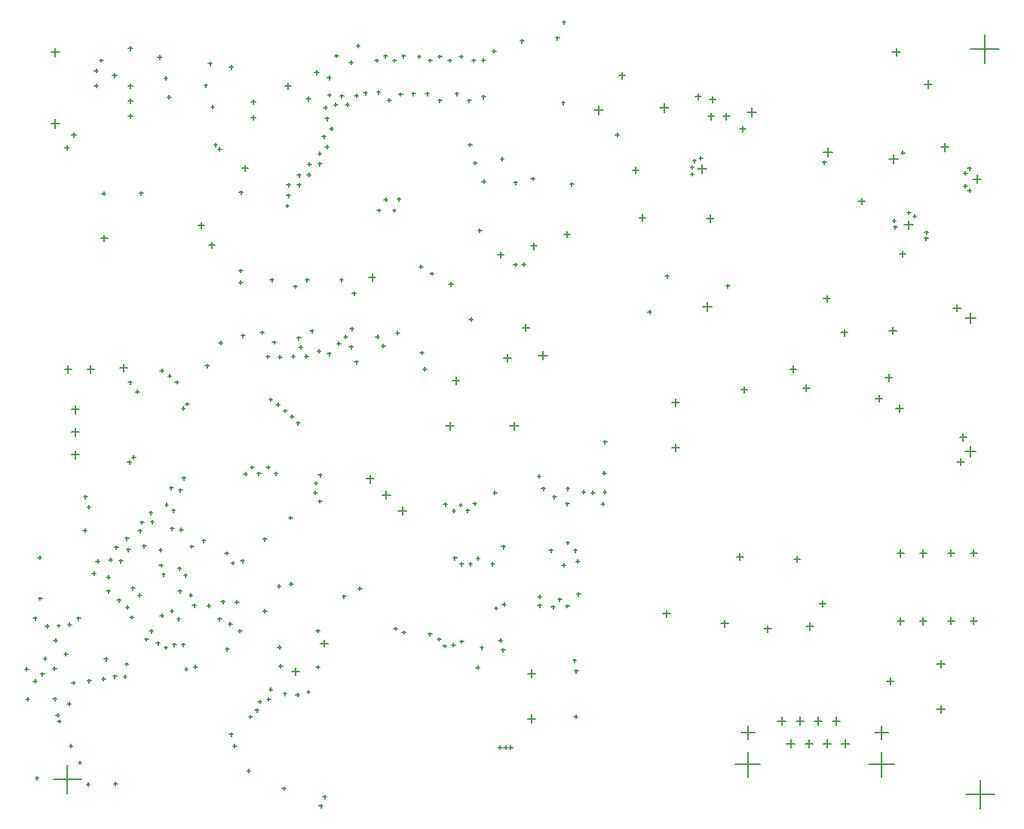
<source format=gbr>
%TF.GenerationSoftware,Altium Limited,Altium Designer,23.1.1 (15)*%
G04 Layer_Color=128*
%FSLAX45Y45*%
%MOMM*%
%TF.SameCoordinates,5129EF4F-D339-4E8A-A4D9-011D67CBAE45*%
%TF.FilePolarity,Positive*%
%TF.FileFunction,Drillmap*%
%TF.Part,Single*%
G01*
G75*
%TA.AperFunction,NonConductor*%
%ADD185C,0.12700*%
D185*
X8892190Y-10006530D02*
X8982190D01*
X8937190Y-10051530D02*
Y-9961530D01*
X9251400Y-10365740D02*
X9341400D01*
X9296400Y-10410740D02*
Y-10320740D01*
X9439360Y-11074400D02*
X9529360D01*
X9484360Y-11119400D02*
Y-11029400D01*
X9798570Y-11433610D02*
X9888570D01*
X9843570Y-11478610D02*
Y-11388610D01*
X9713919Y-12992101D02*
X9833919D01*
X9773919Y-13052100D02*
Y-12932100D01*
X9713919Y-14490700D02*
X9833919D01*
X9773919Y-14550700D02*
Y-14430701D01*
X3875035Y-14208760D02*
X3975035D01*
X3925035Y-14258760D02*
Y-14158760D01*
X4598935Y-14208760D02*
X4698935D01*
X4648935Y-14258760D02*
Y-14158760D01*
X-528300Y-18176241D02*
X-208300D01*
X-368300Y-18336240D02*
Y-18016240D01*
X9771400Y-9972040D02*
X10091400D01*
X9931400Y-10132040D02*
Y-9812040D01*
X9720600Y-18346420D02*
X10040600D01*
X9880600Y-18506419D02*
Y-18186420D01*
X6414220Y-14450060D02*
X6504220D01*
X6459220Y-14495061D02*
Y-14405060D01*
X6414220Y-13942059D02*
X6504220D01*
X6459220Y-13987061D02*
Y-13897060D01*
X9766940Y-15633701D02*
X9846940D01*
X9806940Y-15673700D02*
Y-15593700D01*
X9766940Y-16395700D02*
X9846940D01*
X9806940Y-16435699D02*
Y-16355701D01*
X9512940Y-15633701D02*
X9592940D01*
X9552940Y-15673700D02*
Y-15593700D01*
X9512940Y-16395700D02*
X9592940D01*
X9552940Y-16435699D02*
Y-16355701D01*
X8946520Y-16398241D02*
X9026520D01*
X8986520Y-16438240D02*
Y-16358240D01*
X9200520Y-16398241D02*
X9280520D01*
X9240520Y-16438240D02*
Y-16358240D01*
X9200520Y-15636240D02*
X9280520D01*
X9240520Y-15676241D02*
Y-15596240D01*
X8946520Y-15636240D02*
X9026520D01*
X8986520Y-15676241D02*
Y-15596240D01*
X9393639Y-16880840D02*
X9483639D01*
X9438639Y-16925841D02*
Y-16835840D01*
X9393639Y-17388840D02*
X9483639D01*
X9438639Y-17433839D02*
Y-17343840D01*
X7132020Y-18008601D02*
X7412020D01*
X7272020Y-18148601D02*
Y-17868600D01*
X8632022Y-18008601D02*
X8912022D01*
X8772022Y-18148601D02*
Y-17868600D01*
X7607019Y-17521600D02*
X7697019D01*
X7652019Y-17566602D02*
Y-17476602D01*
X7709021Y-17775601D02*
X7799020D01*
X7754021Y-17820601D02*
Y-17730602D01*
X7913018Y-17775601D02*
X8003018D01*
X7958018Y-17820601D02*
Y-17730602D01*
X8015020Y-17521600D02*
X8105019D01*
X8060019Y-17566602D02*
Y-17476602D01*
X7811022Y-17521600D02*
X7901022D01*
X7856022Y-17566602D02*
Y-17476602D01*
X7198422Y-17648601D02*
X7348422D01*
X7273422Y-17723601D02*
Y-17573602D01*
X8219022Y-17521600D02*
X8309022D01*
X8264022Y-17566602D02*
Y-17476602D01*
X8697022Y-17648601D02*
X8847022D01*
X8772022Y-17723601D02*
Y-17573602D01*
X8321018Y-17775601D02*
X8411018D01*
X8366018Y-17820601D02*
Y-17730602D01*
X8117021Y-17775603D02*
X8207020D01*
X8162021Y-17820602D02*
Y-17730602D01*
X4798780Y-17495520D02*
X4888780D01*
X4843780Y-17540520D02*
Y-17450520D01*
X4798780Y-16987520D02*
X4888780D01*
X4843780Y-17032520D02*
Y-16942520D01*
X2474600Y-16649699D02*
X2554600D01*
X2514600Y-16689700D02*
Y-16609700D01*
X2154917Y-16965848D02*
X2234917D01*
X2194917Y-17005849D02*
Y-16925848D01*
X3346970Y-15159790D02*
X3436970D01*
X3391970Y-15204790D02*
Y-15114790D01*
X2987760Y-14800580D02*
X3077760D01*
X3032760Y-14845580D02*
Y-14755580D01*
X3167365Y-14980185D02*
X3257365D01*
X3212365Y-15025185D02*
Y-14935185D01*
X-324400Y-14020799D02*
X-234400D01*
X-279400Y-14065800D02*
Y-13975800D01*
X-324400Y-14528799D02*
X-234400D01*
X-279400Y-14573801D02*
Y-14483800D01*
X-324400Y-14274800D02*
X-234400D01*
X-279400Y-14319800D02*
Y-14229800D01*
X-146679Y-13568680D02*
X-66679D01*
X-106679Y-13608681D02*
Y-13528680D01*
X-400679Y-13568680D02*
X-320680D01*
X-360679Y-13608681D02*
Y-13528680D01*
X-553900Y-10808884D02*
X-453900D01*
X-503900Y-10858884D02*
Y-10758884D01*
X-553900Y-10008881D02*
X-453901D01*
X-503900Y-10058881D02*
Y-9958881D01*
X3854344Y-15088445D02*
X3894344D01*
X3874344Y-15108444D02*
Y-15068443D01*
X5225038Y-15078152D02*
X5265038D01*
X5245038Y-15098154D02*
Y-15058154D01*
X2045020Y-18277840D02*
X2085020D01*
X2065020Y-18297839D02*
Y-18257840D01*
X498160Y-16601440D02*
X538160D01*
X518160Y-16621440D02*
Y-16581441D01*
X332001Y-16355060D02*
X372001D01*
X352001Y-16375060D02*
Y-16335060D01*
X2423480Y-16913503D02*
X2463480D01*
X2443480Y-16933502D02*
Y-16893501D01*
X1649429Y-18079720D02*
X1689429D01*
X1669429Y-18099719D02*
Y-18059720D01*
X1488760Y-17800320D02*
X1528760D01*
X1508760Y-17820320D02*
Y-17780321D01*
X5305038Y-16841019D02*
X5345038D01*
X5325038Y-16861018D02*
Y-16821019D01*
X5326700Y-16959579D02*
X5366700D01*
X5346700Y-16979581D02*
Y-16939580D01*
X2058272Y-14034808D02*
X2098272D01*
X2078272Y-14054808D02*
Y-14014809D01*
X2200326Y-14174814D02*
X2240326D01*
X2220326Y-14194814D02*
Y-14154814D01*
X2134494Y-14099541D02*
X2174494D01*
X2154494Y-14119540D02*
Y-14079539D01*
X4106810Y-15155067D02*
X4146810D01*
X4126810Y-15175069D02*
Y-15135068D01*
X4027636Y-15093983D02*
X4067636D01*
X4047636Y-15113983D02*
Y-15073982D01*
X4186240Y-15077440D02*
X4226240D01*
X4206240Y-15097440D02*
Y-15057440D01*
X3952341Y-15159790D02*
X3992341D01*
X3972341Y-15179790D02*
Y-15139790D01*
X725361Y-15091269D02*
X765361D01*
X745361Y-15111269D02*
Y-15071269D01*
X449705Y-15287585D02*
X489705D01*
X469705Y-15307587D02*
Y-15267586D01*
X548557Y-15180812D02*
X588557D01*
X568557Y-15200812D02*
Y-15160812D01*
X802468Y-15155688D02*
X842468D01*
X822468Y-15175688D02*
Y-15135687D01*
X425793Y-15384685D02*
X465793D01*
X445793Y-15404684D02*
Y-15364685D01*
X1894798Y-13909290D02*
X1934798D01*
X1914798Y-13929289D02*
Y-13889290D01*
X1977329Y-13965758D02*
X2017329D01*
X1997329Y-13985757D02*
Y-13945757D01*
X3952880Y-13695680D02*
X4032880D01*
X3992880Y-13735680D02*
Y-13655679D01*
X4409712Y-14954498D02*
X4449712D01*
X4429712Y-14974500D02*
Y-14934499D01*
X5407668Y-14946841D02*
X5447668D01*
X5427668Y-14966841D02*
Y-14926842D01*
X2895920Y-16032480D02*
X2935920D01*
X2915920Y-16052480D02*
Y-16012480D01*
X5065039Y-16238220D02*
X5105039D01*
X5085039Y-16258220D02*
Y-16218221D01*
X4912680Y-16123988D02*
X4952680D01*
X4932680Y-16143990D02*
Y-16103989D01*
X4425000Y-16253461D02*
X4465000D01*
X4445000Y-16273460D02*
Y-16233459D01*
X4912307Y-16223988D02*
X4952307D01*
X4932307Y-16243990D02*
Y-16203989D01*
X4516355Y-16208060D02*
X4556355D01*
X4536355Y-16228059D02*
Y-16188060D01*
X2124600Y-15978799D02*
X2164599D01*
X2144599Y-15998799D02*
Y-15958800D01*
X3297240Y-16482060D02*
X3337240D01*
X3317240Y-16502060D02*
Y-16462061D01*
X3388680Y-16525240D02*
X3428680D01*
X3408680Y-16545239D02*
Y-16505240D01*
X1356680Y-16179800D02*
X1396680D01*
X1376680Y-16199800D02*
Y-16159801D01*
X1515965Y-16184145D02*
X1555965D01*
X1535965Y-16204144D02*
Y-16164145D01*
X4265040Y-16695419D02*
X4305040D01*
X4285040Y-16715421D02*
Y-16675420D01*
X4219260Y-16918941D02*
X4259260D01*
X4239260Y-16938940D02*
Y-16898940D01*
X4505040Y-16720821D02*
X4545039D01*
X4525039Y-16740820D02*
Y-16700819D01*
X4474228Y-16616702D02*
X4514228D01*
X4494228Y-16636702D02*
Y-16596703D01*
X5185608Y-15769469D02*
X5225608D01*
X5205608Y-15789468D02*
Y-15749469D01*
X5340994Y-15726210D02*
X5380994D01*
X5360994Y-15746210D02*
Y-15706210D01*
X778015Y-14901044D02*
X818015D01*
X798015Y-14921043D02*
Y-14881044D01*
X787720Y-15359380D02*
X827720D01*
X807720Y-15379379D02*
Y-15339380D01*
X2450125Y-14758646D02*
X2490125D01*
X2470125Y-14778645D02*
Y-14738646D01*
X889320Y-15369540D02*
X929320D01*
X909320Y-15389540D02*
Y-15349541D01*
X4385793Y-15756572D02*
X4425793D01*
X4405793Y-15776572D02*
Y-15736572D01*
X4137960Y-15758160D02*
X4177960D01*
X4157960Y-15778160D02*
Y-15738161D01*
X4037960Y-15758160D02*
X4077960D01*
X4057960Y-15778160D02*
Y-15738161D01*
X3963753Y-15690746D02*
X4003753D01*
X3983753Y-15710745D02*
Y-15670744D01*
X4222870Y-15692120D02*
X4262870D01*
X4242870Y-15712120D02*
Y-15672121D01*
X2446254Y-15051978D02*
X2486254D01*
X2466254Y-15071977D02*
Y-15031978D01*
X2395403Y-14955640D02*
X2435403D01*
X2415403Y-14975639D02*
Y-14935640D01*
X1953580Y-14739619D02*
X1993580D01*
X1973580Y-14759621D02*
Y-14719620D01*
X1864680Y-14669698D02*
X1904680D01*
X1884680Y-14689697D02*
Y-14649698D01*
X1759580Y-14740517D02*
X1799580D01*
X1779580Y-14760516D02*
Y-14720515D01*
X2402638Y-14847234D02*
X2442638D01*
X2422638Y-14867233D02*
Y-14827235D01*
X1829099Y-15478799D02*
X1869099D01*
X1849099Y-15498801D02*
Y-15458800D01*
X1869760Y-17274541D02*
X1909760D01*
X1889760Y-17294540D02*
Y-17254539D01*
X5225100Y-16228059D02*
X5265100D01*
X5245100Y-16248061D02*
Y-16208060D01*
X4907600Y-14770100D02*
X4947600D01*
X4927600Y-14790100D02*
Y-14750101D01*
X4956210Y-14910263D02*
X4996209D01*
X4976210Y-14930263D02*
Y-14890263D01*
X5078553Y-15004402D02*
X5118553D01*
X5098553Y-15024400D02*
Y-14984402D01*
X5230643Y-14910263D02*
X5270643D01*
X5250643Y-14930263D02*
Y-14890263D01*
X918095Y-14793140D02*
X958095D01*
X938095Y-14813139D02*
Y-14773140D01*
X880069Y-14927728D02*
X920069D01*
X900069Y-14947729D02*
Y-14907729D01*
X5512320Y-14955573D02*
X5552320D01*
X5532320Y-14975574D02*
Y-14935573D01*
X5645681Y-14946841D02*
X5685681D01*
X5665681Y-14966841D02*
Y-14926842D01*
X565618Y-15281458D02*
X605618D01*
X585618Y-15301457D02*
Y-15261456D01*
X5352100Y-16095979D02*
X5392100D01*
X5372100Y-16115981D02*
Y-16075980D01*
X2006508Y-16901561D02*
X2046507D01*
X2026508Y-16921561D02*
Y-16881561D01*
X1666560Y-17472659D02*
X1706560D01*
X1686560Y-17492661D02*
Y-17452660D01*
X1740220Y-17399001D02*
X1780220D01*
X1760220Y-17419000D02*
Y-17378999D01*
X1773906Y-17303036D02*
X1813906D01*
X1793906Y-17323038D02*
Y-17283037D01*
X1892755Y-17165320D02*
X1932755D01*
X1912755Y-17185320D02*
Y-17145320D01*
X3845880Y-16677640D02*
X3885880D01*
X3865880Y-16697639D02*
Y-16657640D01*
X3945041Y-16664940D02*
X3985041D01*
X3965041Y-16684940D02*
Y-16644940D01*
X4038075Y-16626627D02*
X4078075D01*
X4058075Y-16646626D02*
Y-16606625D01*
X3785041Y-16601559D02*
X3825041D01*
X3805041Y-16621561D02*
Y-16581560D01*
X945200Y-16936720D02*
X985200D01*
X965200Y-16956720D02*
Y-16916721D01*
X912511Y-16662428D02*
X952511D01*
X932511Y-16682428D02*
Y-16642429D01*
X812513Y-16661794D02*
X852513D01*
X832513Y-16681793D02*
Y-16641792D01*
X717577Y-16693422D02*
X757577D01*
X737577Y-16713422D02*
Y-16673422D01*
X152720Y-18224500D02*
X192720D01*
X172720Y-18244501D02*
Y-18204500D01*
X-248951Y-17989015D02*
X-208951D01*
X-228951Y-18009015D02*
Y-17969016D01*
X-47952Y-15726137D02*
X-7952D01*
X-27952Y-15746136D02*
Y-15706137D01*
X-89214Y-15862225D02*
X-49214D01*
X-69214Y-15882225D02*
Y-15842226D01*
X96233Y-15710507D02*
X136233D01*
X116233Y-15730507D02*
Y-15690508D01*
X8118480Y-12776200D02*
X8198480D01*
X8158480Y-12816200D02*
Y-12736200D01*
X7026416Y-12631750D02*
X7066416D01*
X7046416Y-12651750D02*
Y-12611750D01*
X8814440Y-13662660D02*
X8894440D01*
X8854440Y-13702660D02*
Y-13622659D01*
X8860160Y-13134340D02*
X8940160D01*
X8900160Y-13174339D02*
Y-13094341D01*
X5205020Y-12054840D02*
X5275020D01*
X5240020Y-12089840D02*
Y-12019840D01*
X4835232Y-12185432D02*
X4905232D01*
X4870232Y-12220432D02*
Y-12150432D01*
X4918240Y-13413741D02*
X5018240D01*
X4968240Y-13463741D02*
Y-13363741D01*
X6149259Y-12924541D02*
X6189259D01*
X6169259Y-12944540D02*
Y-12904541D01*
X6345240Y-12522200D02*
X6385240D01*
X6365240Y-12542200D02*
Y-12502200D01*
X5187000Y-9669780D02*
X5227000D01*
X5207000Y-9689780D02*
Y-9649780D01*
X5113340Y-9847580D02*
X5153340D01*
X5133340Y-9867580D02*
Y-9827580D01*
X4717051Y-9880575D02*
X4757050D01*
X4737050Y-9900575D02*
Y-9860575D01*
X2554658Y-10487722D02*
X2594657D01*
X2574658Y-10507722D02*
Y-10467722D01*
X2693013Y-10499257D02*
X2733013D01*
X2713013Y-10519257D02*
Y-10479257D01*
X2855280Y-10492740D02*
X2895280D01*
X2875280Y-10512740D02*
Y-10472740D01*
X2756220Y-10596880D02*
X2796220D01*
X2776220Y-10616880D02*
Y-10576880D01*
X6055920Y-11864340D02*
X6125920D01*
X6090920Y-11899340D02*
Y-11829340D01*
X5273360Y-11488420D02*
X5313360D01*
X5293360Y-11508420D02*
Y-11468420D01*
X4402140Y-9994900D02*
X4442140D01*
X4422140Y-10014900D02*
Y-9974900D01*
X5548160Y-10655300D02*
X5648160D01*
X5598160Y-10705300D02*
Y-10605300D01*
X2634021Y-10048332D02*
X2674021D01*
X2654021Y-10068332D02*
Y-10028332D01*
X2545329Y-10289540D02*
X2595329D01*
X2570329Y-10314540D02*
Y-10264540D01*
X2405780Y-10236200D02*
X2455780D01*
X2430780Y-10261200D02*
Y-10211200D01*
X6284760Y-10631170D02*
X6384760D01*
X6334760Y-10681170D02*
Y-10581170D01*
X2796860Y-10121900D02*
X2836860D01*
X2816860Y-10141900D02*
Y-10101900D01*
X3909460Y-12616180D02*
X3959460D01*
X3934460Y-12641180D02*
Y-12591180D01*
X4461870Y-12283440D02*
X4531870D01*
X4496870Y-12318440D02*
Y-12248440D01*
X3702046Y-12493876D02*
X3742046D01*
X3722046Y-12513876D02*
Y-12473876D01*
X3581720Y-12415520D02*
X3621720D01*
X3601720Y-12435520D02*
Y-12395520D01*
X11772Y-12098020D02*
X81772D01*
X46772Y-12133020D02*
Y-12063020D01*
X20640Y-11595100D02*
X60640D01*
X40640Y-11615100D02*
Y-11575100D01*
X439740Y-11592560D02*
X479740D01*
X459740Y-11612560D02*
Y-11572560D01*
X5824780Y-10271760D02*
X5894780D01*
X5859780Y-10306760D02*
Y-10236760D01*
X5977180Y-11330940D02*
X6047180D01*
X6012180Y-11365940D02*
Y-11295940D01*
X754700Y-10510520D02*
X794700D01*
X774700Y-10530520D02*
Y-10490520D01*
X1214440Y-10134600D02*
X1254440D01*
X1234440Y-10154600D02*
Y-10114600D01*
X717664Y-10297758D02*
X757664D01*
X737664Y-10317758D02*
Y-10277758D01*
X2075740Y-10383520D02*
X2145740D01*
X2110740Y-10418520D02*
Y-10348520D01*
X1591670Y-11309057D02*
X1661670D01*
X1626670Y-11344057D02*
Y-11274057D01*
X2509840Y-10629900D02*
X2549840D01*
X2529840Y-10649900D02*
Y-10609900D01*
X1221301Y-12175601D02*
X1291301D01*
X1256301Y-12210601D02*
Y-12140601D01*
X3282000Y-11783060D02*
X3322000D01*
X3302000Y-11803060D02*
Y-11763060D01*
X3111820Y-11783060D02*
X3151820D01*
X3131820Y-11803060D02*
Y-11763060D01*
X3012980Y-12537707D02*
X3092980D01*
X3052980Y-12577707D02*
Y-12497707D01*
X3188020Y-11663680D02*
X3228020D01*
X3208020Y-11683680D02*
Y-11643680D01*
X3332320Y-11659335D02*
X3372320D01*
X3352320Y-11679335D02*
Y-11639335D01*
X1559880Y-11582968D02*
X1599880D01*
X1579880Y-11602968D02*
Y-11562968D01*
X1275400Y-11049000D02*
X1315400D01*
X1295400Y-11069000D02*
Y-11029000D01*
X1321120Y-11094720D02*
X1361120D01*
X1341120Y-11114720D02*
Y-11074720D01*
X1101450Y-11953240D02*
X1171450D01*
X1136450Y-11988240D02*
Y-11918240D01*
X4241820Y-12009520D02*
X4281820D01*
X4261820Y-12029520D02*
Y-11989520D01*
X4286458Y-11460480D02*
X4326458D01*
X4306458Y-11480480D02*
Y-11440480D01*
X4836480Y-11427460D02*
X4876480D01*
X4856480Y-11447460D02*
Y-11407460D01*
X4643440Y-11473180D02*
X4683440D01*
X4663440Y-11493180D02*
Y-11453180D01*
X4130360Y-11046880D02*
X4170360D01*
X4150360Y-11066880D02*
Y-11026880D01*
X7181140Y-10866120D02*
X7251140D01*
X7216140Y-10901120D02*
Y-10831120D01*
X6767360Y-12867641D02*
X6867360D01*
X6817360Y-12917641D02*
Y-12817641D01*
X6807840Y-11877040D02*
X6887840D01*
X6847840Y-11917040D02*
Y-11837040D01*
X2875675Y-9933940D02*
X2915675D01*
X2895675Y-9953940D02*
Y-9913940D01*
X5786440Y-10934700D02*
X5826440D01*
X5806440Y-10954700D02*
Y-10914700D01*
X5179380Y-10576560D02*
X5219380D01*
X5199380Y-10596560D02*
Y-10556560D01*
X4285300Y-10507980D02*
X4325300D01*
X4305300Y-10527980D02*
Y-10487980D01*
X4643440Y-12392660D02*
X4683440D01*
X4663440Y-12412660D02*
Y-12372660D01*
X4737420Y-12390120D02*
X4777420D01*
X4757420Y-12410120D02*
Y-12370120D01*
X6627180Y-11301530D02*
X6667180D01*
X6647180Y-11321530D02*
Y-11281530D01*
X3320100Y-13159740D02*
X3360100D01*
X3340100Y-13179739D02*
Y-13139740D01*
X3092343Y-13202921D02*
X3132343D01*
X3112343Y-13222920D02*
Y-13182919D01*
X6652580Y-11226800D02*
X6692580D01*
X6672580Y-11246800D02*
Y-11206800D01*
X6996455Y-10728960D02*
X7066455D01*
X7031455Y-10763960D02*
Y-10693960D01*
X6825540Y-10728960D02*
X6895540D01*
X6860540Y-10763960D02*
Y-10693960D01*
X6840185Y-10539790D02*
X6910185D01*
X6875185Y-10574790D02*
Y-10504790D01*
X6680760Y-10507980D02*
X6750760D01*
X6715760Y-10542980D02*
Y-10472980D01*
X7267740Y-10680700D02*
X7367740D01*
X7317740Y-10730700D02*
Y-10630700D01*
X6723700Y-11196320D02*
X6763700D01*
X6743700Y-11216320D02*
Y-11176320D01*
X6627180Y-11376660D02*
X6667180D01*
X6647180Y-11396660D02*
Y-11356660D01*
X6706400Y-11320780D02*
X6806400D01*
X6756400Y-11370780D02*
Y-11270780D01*
X1557366Y-12460236D02*
X1597366D01*
X1577366Y-12480236D02*
Y-12440236D01*
X8110540Y-11244580D02*
X8150540D01*
X8130540Y-11264580D02*
Y-11224580D01*
X8121180Y-11130280D02*
X8221180D01*
X8171180Y-11180280D02*
Y-11080280D01*
X8991585Y-11136095D02*
X9031584D01*
X9011584Y-11156095D02*
Y-11116095D01*
X9738680Y-11559540D02*
X9778680D01*
X9758680Y-11579540D02*
Y-11539540D01*
X9695500Y-11508740D02*
X9735500D01*
X9715500Y-11528740D02*
Y-11488740D01*
X9738680Y-11313160D02*
X9778680D01*
X9758680Y-11333160D02*
Y-11293160D01*
X9692960Y-11366500D02*
X9732960D01*
X9712960Y-11386500D02*
Y-11346500D01*
X8860320Y-11209020D02*
X8960320D01*
X8910320Y-11259020D02*
Y-11159020D01*
X9578980Y-12880341D02*
X9658980D01*
X9618980Y-12920340D02*
Y-12840340D01*
X8895400Y-11899900D02*
X8935400D01*
X8915400Y-11919900D02*
Y-11879900D01*
X8905560Y-11971020D02*
X8945560D01*
X8925560Y-11991020D02*
Y-11951020D01*
X9253540Y-12100560D02*
X9293540D01*
X9273540Y-12120560D02*
Y-12080560D01*
X9258620Y-12031980D02*
X9298620D01*
X9278620Y-12051980D02*
Y-12011980D01*
X9124000Y-11849100D02*
X9164000D01*
X9144000Y-11869100D02*
Y-11829100D01*
X9057960Y-11808460D02*
X9097960D01*
X9077960Y-11828460D02*
Y-11788460D01*
X9027960Y-11948160D02*
X9127960D01*
X9077960Y-11998160D02*
Y-11898160D01*
X8513625Y-11681460D02*
X8583625D01*
X8548625Y-11716460D02*
Y-11646460D01*
X8971840Y-12275820D02*
X9041840D01*
X9006840Y-12310820D02*
Y-12240820D01*
X4493580Y-11203940D02*
X4533580D01*
X4513580Y-11223940D02*
Y-11183940D01*
X4190742Y-11250080D02*
X4230742D01*
X4210742Y-11270080D02*
Y-11230080D01*
X8707680Y-13896974D02*
X8777680D01*
X8742680Y-13931973D02*
Y-13861975D01*
X7197849Y-13800232D02*
X7267849D01*
X7232849Y-13835233D02*
Y-13765233D01*
X7747124Y-13566141D02*
X7817124D01*
X7782124Y-13601140D02*
Y-13531140D01*
X8314060Y-13157201D02*
X8394060D01*
X8354060Y-13197200D02*
Y-13117200D01*
X5623880Y-15082520D02*
X5663880D01*
X5643880Y-15102521D02*
Y-15062520D01*
X5646740Y-14386560D02*
X5686740D01*
X5666740Y-14406560D02*
Y-14366560D01*
X4737740Y-13101320D02*
X4817740D01*
X4777740Y-13141319D02*
Y-13061320D01*
X4285300Y-10096500D02*
X4325300D01*
X4305300Y-10116500D02*
Y-10076500D01*
X2326960Y-11264900D02*
X2366960D01*
X2346960Y-11284900D02*
Y-11244900D01*
X2443800Y-11145520D02*
X2483800D01*
X2463800Y-11165520D02*
Y-11125520D01*
X2525877Y-11068809D02*
X2565877D01*
X2545877Y-11088809D02*
Y-11048810D01*
X2492060Y-10955020D02*
X2532060D01*
X2512060Y-10975020D02*
Y-10935020D01*
X3226120Y-10546080D02*
X3266120D01*
X3246120Y-10566080D02*
Y-10526080D01*
X2956880Y-10464800D02*
X2996880D01*
X2976880Y-10484800D02*
Y-10444800D01*
X4173540Y-10099040D02*
X4213540D01*
X4193540Y-10119040D02*
Y-10079040D01*
X4122740Y-10551160D02*
X4162740D01*
X4142740Y-10571160D02*
Y-10531160D01*
X4034018Y-10055860D02*
X4074018D01*
X4054018Y-10075860D02*
Y-10035860D01*
X3984015Y-10474960D02*
X4024015D01*
X4004015Y-10494960D02*
Y-10454960D01*
X3906840Y-10099040D02*
X3946840D01*
X3926840Y-10119040D02*
Y-10079040D01*
X3792540Y-10055860D02*
X3832540D01*
X3812540Y-10075860D02*
Y-10035860D01*
X3792540Y-10551160D02*
X3832540D01*
X3812540Y-10571160D02*
Y-10531160D01*
X3684016Y-10099040D02*
X3724016D01*
X3704016Y-10119040D02*
Y-10079040D01*
X3652840Y-10474960D02*
X3692840D01*
X3672840Y-10494960D02*
Y-10454960D01*
X3561400Y-10055860D02*
X3601400D01*
X3581400Y-10075860D02*
Y-10035860D01*
X3497900Y-10474960D02*
X3537900D01*
X3517900Y-10494960D02*
Y-10454960D01*
X3386140Y-10050780D02*
X3426140D01*
X3406140Y-10070780D02*
Y-10030780D01*
X3353103Y-10478523D02*
X3393103D01*
X3373103Y-10498523D02*
Y-10458523D01*
X3284540Y-10099040D02*
X3324540D01*
X3304540Y-10119040D02*
Y-10079040D01*
X3182940Y-10050780D02*
X3222940D01*
X3202940Y-10070780D02*
Y-10030780D01*
X3104200Y-10457180D02*
X3144200D01*
X3124200Y-10477180D02*
Y-10437180D01*
X3083880Y-10099040D02*
X3123880D01*
X3103880Y-10119040D02*
Y-10079040D01*
X2079858Y-11733730D02*
X2119858D01*
X2099858Y-11753730D02*
Y-11713730D01*
X2095820Y-11617960D02*
X2135820D01*
X2115820Y-11637960D02*
Y-11597960D01*
X2095820Y-11498580D02*
X2135820D01*
X2115820Y-11518580D02*
Y-11478580D01*
X2212660Y-11498580D02*
X2252660D01*
X2232660Y-11518580D02*
Y-11478580D01*
X2212660Y-11386820D02*
X2252660D01*
X2232660Y-11406820D02*
Y-11366820D01*
X2324420Y-11381740D02*
X2364420D01*
X2344420Y-11401740D02*
Y-11361740D01*
X2446340Y-11259820D02*
X2486340D01*
X2466340Y-11279820D02*
Y-11239820D01*
X2575468Y-10866120D02*
X2615468D01*
X2595468Y-10886120D02*
Y-10846120D01*
X2525877Y-10752922D02*
X2565877D01*
X2545877Y-10772922D02*
Y-10732922D01*
X2626138Y-10596880D02*
X2666138D01*
X2646138Y-10616880D02*
Y-10576880D01*
X2688603Y-12565380D02*
X2728603D01*
X2708603Y-12585380D02*
Y-12545380D01*
X2170900Y-12639040D02*
X2210900D01*
X2190900Y-12659040D02*
Y-12619040D01*
X1999300Y-13431520D02*
X2039300D01*
X2019300Y-13451520D02*
Y-13411520D01*
X1933260Y-13266110D02*
X1973260D01*
X1953260Y-13286110D02*
Y-13246111D01*
X2293940Y-13423900D02*
X2333940D01*
X2313940Y-13443900D02*
Y-13403900D01*
X1557366Y-12593023D02*
X1597366D01*
X1577366Y-12613023D02*
Y-12573023D01*
X2832420Y-12717780D02*
X2872420D01*
X2852420Y-12737780D02*
Y-12697780D01*
X2304100Y-12565380D02*
X2344100D01*
X2324100Y-12585380D02*
Y-12545380D01*
X1907860Y-12565380D02*
X1947860D01*
X1927860Y-12585380D02*
Y-12545380D01*
X-520380Y-16616679D02*
X-480380D01*
X-500380Y-16636681D02*
Y-16596680D01*
X-637519Y-16818739D02*
X-597519D01*
X-617519Y-16838739D02*
Y-16798740D01*
X-845500Y-16936720D02*
X-805500D01*
X-825500Y-16956720D02*
Y-16916721D01*
X-670240Y-16992599D02*
X-630240D01*
X-650240Y-17012601D02*
Y-16972600D01*
X-263302Y-16367760D02*
X-223302D01*
X-243302Y-16387759D02*
Y-16347760D01*
X2309260Y-10530840D02*
X2359260D01*
X2334260Y-10555840D02*
Y-10505840D01*
X1444533Y-10176653D02*
X1494533D01*
X1469533Y-10201653D02*
Y-10151653D01*
X1164710Y-10380549D02*
X1204710D01*
X1184710Y-10400549D02*
Y-10360549D01*
X1242380Y-10619740D02*
X1282380D01*
X1262380Y-10639740D02*
Y-10599740D01*
X1692040Y-10739120D02*
X1742040D01*
X1717040Y-10764120D02*
Y-10714120D01*
X1692040Y-10561320D02*
X1742040D01*
X1717040Y-10586320D02*
Y-10536320D01*
X-398380Y-11079480D02*
X-348380D01*
X-373380Y-11104480D02*
Y-11054480D01*
X-324720Y-10936170D02*
X-274720D01*
X-299720Y-10961170D02*
Y-10911170D01*
X-65720Y-10213340D02*
X-25720D01*
X-45720Y-10233340D02*
Y-10193340D01*
X-9840Y-10097666D02*
X30160D01*
X10160Y-10117666D02*
Y-10077666D01*
X-65720Y-10383520D02*
X-25720D01*
X-45720Y-10403520D02*
Y-10363520D01*
X317900Y-9961924D02*
X367900D01*
X342900Y-9986924D02*
Y-9936924D01*
X132480Y-10264564D02*
X182480D01*
X157480Y-10289564D02*
Y-10239564D01*
X317900Y-10386060D02*
X367900D01*
X342900Y-10411060D02*
Y-10361060D01*
X643020Y-10060940D02*
X693020D01*
X668020Y-10085940D02*
Y-10035940D01*
X317900Y-10556240D02*
X367900D01*
X342900Y-10581240D02*
Y-10531240D01*
X317900Y-10726420D02*
X367900D01*
X342900Y-10751420D02*
Y-10701420D01*
X9622160Y-14607539D02*
X9702160D01*
X9662160Y-14647540D02*
Y-14567540D01*
X9650100Y-14330679D02*
X9730100D01*
X9690100Y-14370680D02*
Y-14290680D01*
X-191075Y-15379370D02*
X-151075D01*
X-171075Y-15399370D02*
Y-15359370D01*
X1685538Y-14669698D02*
X1725538D01*
X1705538Y-14689697D02*
Y-14649698D01*
X46647Y-16823027D02*
X86647D01*
X66647Y-16843027D02*
Y-16803027D01*
X190820Y-16164560D02*
X230820D01*
X210820Y-16184560D02*
Y-16144560D01*
X284800Y-16243300D02*
X324800D01*
X304800Y-16263300D02*
Y-16223300D01*
X348300Y-16027400D02*
X388300D01*
X368300Y-16047400D02*
Y-16007401D01*
X423197Y-16107443D02*
X463196D01*
X443196Y-16127443D02*
Y-16087444D01*
X1405547Y-16712593D02*
X1445547D01*
X1425547Y-16732593D02*
Y-16692593D01*
X1986600Y-16004539D02*
X2026600D01*
X2006600Y-16024541D02*
Y-15984540D01*
X1992552Y-16691211D02*
X2032551D01*
X2012551Y-16711211D02*
Y-16671211D01*
X-698180Y-15684500D02*
X-658180D01*
X-678180Y-15704500D02*
Y-15664500D01*
X-406080Y-16769080D02*
X-366080D01*
X-386080Y-16789079D02*
Y-16749080D01*
X-533080Y-16929100D02*
X-493080D01*
X-513080Y-16949100D02*
Y-16909100D01*
X-530540Y-17272000D02*
X-490540D01*
X-510540Y-17292000D02*
Y-17252000D01*
X-370520Y-17327879D02*
X-330520D01*
X-350520Y-17347881D02*
Y-17307880D01*
X259400Y-17023080D02*
X299400D01*
X279400Y-17043080D02*
Y-17003081D01*
X277180Y-16880840D02*
X317180D01*
X297180Y-16900841D02*
Y-16860840D01*
X1199200Y-16225520D02*
X1239200D01*
X1219200Y-16245520D02*
Y-16205521D01*
X938271Y-15883311D02*
X978271D01*
X958271Y-15903311D02*
Y-15863310D01*
X-479740Y-17523460D02*
X-439740D01*
X-459740Y-17543460D02*
Y-17503461D01*
X-695640Y-16144240D02*
X-655640D01*
X-675640Y-16164240D02*
Y-16124240D01*
X-748980Y-16367760D02*
X-708980D01*
X-728980Y-16387759D02*
Y-16347760D01*
X869000Y-15806419D02*
X909000D01*
X889000Y-15826421D02*
Y-15786420D01*
X658180Y-15600681D02*
X698180D01*
X678180Y-15620680D02*
Y-15580679D01*
X475499Y-15555161D02*
X515499D01*
X495499Y-15575162D02*
Y-15535161D01*
X663260Y-15770860D02*
X703260D01*
X683260Y-15790860D02*
Y-15750861D01*
X691200Y-15875000D02*
X731200D01*
X711200Y-15895000D02*
Y-15855000D01*
X1006160Y-15560040D02*
X1046160D01*
X1026160Y-15580040D02*
Y-15540041D01*
X912180Y-14008099D02*
X952180D01*
X932180Y-14028101D02*
Y-13988100D01*
X957900Y-13959840D02*
X997900D01*
X977900Y-13979840D02*
Y-13939841D01*
X841060Y-13713460D02*
X881060D01*
X861060Y-13733459D02*
Y-13693460D01*
X306927Y-14613353D02*
X346927D01*
X326927Y-14633353D02*
Y-14593353D01*
X355920Y-14556740D02*
X395920D01*
X375920Y-14576740D02*
Y-14536740D01*
X317820Y-13716000D02*
X357820D01*
X337820Y-13736000D02*
Y-13696001D01*
X396560Y-13822681D02*
X436560D01*
X416560Y-13842680D02*
Y-13802679D01*
X224160Y-13553439D02*
X304160D01*
X264160Y-13593440D02*
Y-13513440D01*
X3683320Y-16543021D02*
X3723320D01*
X3703320Y-16563020D02*
Y-16523019D01*
X5639120Y-14737080D02*
X5679120D01*
X5659120Y-14757080D02*
Y-14717081D01*
X5138740Y-16154401D02*
X5178740D01*
X5158740Y-16174400D02*
Y-16134399D01*
X5321620Y-17470120D02*
X5361620D01*
X5341620Y-17490120D02*
Y-17450121D01*
X5229000Y-15518040D02*
X5269000D01*
X5249000Y-15538040D02*
Y-15498039D01*
X5314000Y-15605760D02*
X5354000D01*
X5334000Y-15625760D02*
Y-15585760D01*
X5042220Y-15605760D02*
X5082220D01*
X5062220Y-15625760D02*
Y-15585760D01*
X-185100Y-15003780D02*
X-145100D01*
X-165100Y-15023779D02*
Y-14983780D01*
X-145620Y-15115540D02*
X-105620D01*
X-125620Y-15135539D02*
Y-15095540D01*
X1399860Y-15636240D02*
X1439860D01*
X1419860Y-15656239D02*
Y-15616240D01*
X1577660Y-15722600D02*
X1617660D01*
X1597660Y-15742599D02*
Y-15702600D01*
X1470980Y-15745461D02*
X1510980D01*
X1490980Y-15765460D02*
Y-15725459D01*
X1143320Y-15494000D02*
X1183320D01*
X1163320Y-15514000D02*
Y-15474001D01*
X-494980Y-17454880D02*
X-454980D01*
X-474980Y-17474879D02*
Y-17434880D01*
X-154620Y-18232120D02*
X-114620D01*
X-134620Y-18252119D02*
Y-18212120D01*
X4470720Y-17818100D02*
X4510720D01*
X4490720Y-17838100D02*
Y-17798100D01*
X4531680Y-17818100D02*
X4571680D01*
X4551680Y-17838100D02*
Y-17798100D01*
X4590100Y-17818100D02*
X4630100D01*
X4610100Y-17838100D02*
Y-17798100D01*
X3594420Y-13383260D02*
X3634420D01*
X3614420Y-13403259D02*
Y-13363260D01*
X3624900Y-13568680D02*
X3664900D01*
X3644900Y-13588680D02*
Y-13548680D01*
X3157540Y-13304520D02*
X3197540D01*
X3177540Y-13324519D02*
Y-13284520D01*
X4143060Y-13009880D02*
X4183060D01*
X4163060Y-13029880D02*
Y-12989880D01*
X4532000Y-13444220D02*
X4612000D01*
X4572000Y-13484219D02*
Y-13404221D01*
X-751520Y-17073880D02*
X-711520D01*
X-731520Y-17093880D02*
Y-17053880D01*
X1321120Y-16375380D02*
X1361120D01*
X1341120Y-16395380D02*
Y-16355380D01*
X1440500Y-16428720D02*
X1480500D01*
X1460500Y-16448720D02*
Y-16408720D01*
X1549720Y-16507460D02*
X1589720D01*
X1569720Y-16527460D02*
Y-16487460D01*
X2055180Y-17213580D02*
X2095180D01*
X2075180Y-17233580D02*
Y-17193581D01*
X2197420Y-17226280D02*
X2237420D01*
X2217420Y-17246280D02*
Y-17206281D01*
X2316800Y-17193260D02*
X2356800D01*
X2336800Y-17213260D02*
Y-17173260D01*
X2423480Y-16507460D02*
X2463480D01*
X2443480Y-16527460D02*
Y-16487460D01*
X18100Y-17048480D02*
X58100D01*
X38100Y-17068480D02*
Y-17028481D01*
X145100Y-17017999D02*
X185100D01*
X165100Y-17038000D02*
Y-16998000D01*
X-350200Y-17800320D02*
X-310200D01*
X-330200Y-17820320D02*
Y-17780321D01*
X630240Y-16644620D02*
X670240D01*
X650240Y-16664619D02*
Y-16624620D01*
X554040Y-16510001D02*
X594040D01*
X574040Y-16530000D02*
Y-16489999D01*
X673420Y-16337280D02*
X713420D01*
X693420Y-16357280D02*
Y-16317281D01*
X785180Y-16286481D02*
X825180D01*
X805180Y-16306480D02*
Y-16266479D01*
X861380Y-16375380D02*
X901380D01*
X881380Y-16395380D02*
Y-16355380D01*
X1036640Y-16222980D02*
X1076640D01*
X1056640Y-16242979D02*
Y-16202980D01*
X996000Y-16106140D02*
X1036000D01*
X1016000Y-16126140D02*
Y-16086140D01*
X876620Y-16062959D02*
X916620D01*
X896620Y-16082961D02*
Y-16042960D01*
X1829120Y-16286481D02*
X1869120D01*
X1849120Y-16306480D02*
Y-16266479D01*
X-317180Y-17091660D02*
X-277180D01*
X-297180Y-17111659D02*
Y-17071660D01*
X-144460Y-17068800D02*
X-104460D01*
X-124460Y-17088800D02*
Y-17048801D01*
X-729874Y-18161000D02*
X-689874D01*
X-709874Y-18181000D02*
Y-18141000D01*
X-834014Y-17274541D02*
X-794014D01*
X-814014Y-17294540D02*
Y-17254539D01*
X211747Y-15721992D02*
X251747D01*
X231747Y-15741994D02*
Y-15701993D01*
X2499680Y-18371820D02*
X2539680D01*
X2519680Y-18391820D02*
Y-18351820D01*
X2459040Y-18475960D02*
X2499040D01*
X2479040Y-18495959D02*
Y-18455960D01*
X1450660Y-17670779D02*
X1490660D01*
X1470660Y-17690781D02*
Y-17650780D01*
X8936360Y-14010640D02*
X9016360D01*
X8976360Y-14050639D02*
Y-13970641D01*
X7887340Y-13779500D02*
X7967340D01*
X7927340Y-13819501D02*
Y-13739500D01*
X8829680Y-17071339D02*
X8909680D01*
X8869680Y-17111340D02*
Y-17031340D01*
X6320160Y-16316960D02*
X6400160D01*
X6360160Y-16356960D02*
Y-16276961D01*
X8075220Y-16202660D02*
X8145220D01*
X8110220Y-16237660D02*
Y-16167661D01*
X7785660Y-15702280D02*
X7855660D01*
X7820660Y-15737280D02*
Y-15667281D01*
X7143120Y-15674339D02*
X7223120D01*
X7183120Y-15714340D02*
Y-15634340D01*
X7453000Y-16484599D02*
X7533000D01*
X7493000Y-16524600D02*
Y-16444600D01*
X6970400Y-16426180D02*
X7050400D01*
X7010400Y-16466180D02*
Y-16386180D01*
X7927980Y-16456660D02*
X8007980D01*
X7967980Y-16496660D02*
Y-16416660D01*
X-614360Y-16454120D02*
X-574360D01*
X-594360Y-16474120D02*
Y-16434120D01*
X-484820Y-16449040D02*
X-444820D01*
X-464820Y-16469040D02*
Y-16429041D01*
X-365440Y-16436340D02*
X-325440D01*
X-345440Y-16456340D02*
Y-16416341D01*
X2718120Y-16121381D02*
X2758120D01*
X2738120Y-16141380D02*
Y-16101379D01*
X2148540Y-13423900D02*
X2188540D01*
X2168540Y-13443900D02*
Y-13403900D01*
X2436180Y-13362939D02*
X2476180D01*
X2456180Y-13382941D02*
Y-13342940D01*
X2230440Y-13322301D02*
X2270440D01*
X2250440Y-13342300D02*
Y-13302299D01*
X2210120Y-13218159D02*
X2250120D01*
X2230120Y-13238161D02*
Y-13198160D01*
X1582106Y-13192126D02*
X1622106D01*
X1602106Y-13212126D02*
Y-13172125D01*
X1798640Y-13154660D02*
X1838640D01*
X1818640Y-13174660D02*
Y-13134660D01*
X2357440Y-13141960D02*
X2397440D01*
X2377440Y-13161960D02*
Y-13121960D01*
X2550480Y-13393420D02*
X2590480D01*
X2570480Y-13413420D02*
Y-13373421D01*
X2657160Y-13279120D02*
X2697160D01*
X2677160Y-13299120D02*
Y-13259120D01*
X1862140Y-13426440D02*
X1902140D01*
X1882140Y-13446440D02*
Y-13406441D01*
X1178880Y-13530580D02*
X1218880D01*
X1198880Y-13550580D02*
Y-13510580D01*
X1333820Y-13271500D02*
X1373820D01*
X1353820Y-13291499D02*
Y-13251500D01*
X2804480Y-13116560D02*
X2844480D01*
X2824480Y-13136560D02*
Y-13096561D01*
X759780Y-13642340D02*
X799780D01*
X779780Y-13662340D02*
Y-13622340D01*
X672910Y-13583409D02*
X712909D01*
X692909Y-13603409D02*
Y-13563409D01*
X2796860Y-13319760D02*
X2836860D01*
X2816860Y-13339760D02*
Y-13299760D01*
X2855280Y-13487399D02*
X2895280D01*
X2875280Y-13507401D02*
Y-13467400D01*
X2735900Y-13202921D02*
X2775900D01*
X2755900Y-13222920D02*
Y-13182919D01*
X160947Y-15569592D02*
X200947D01*
X180947Y-15589594D02*
Y-15549593D01*
X279720Y-15468600D02*
X319720D01*
X299720Y-15488600D02*
Y-15448599D01*
X294960Y-15595599D02*
X334960D01*
X314960Y-15615601D02*
Y-15575600D01*
X2116140Y-15238194D02*
X2156140D01*
X2136140Y-15258195D02*
Y-15218195D01*
X1610680Y-14744701D02*
X1650680D01*
X1630680Y-14764700D02*
Y-14724699D01*
X71440Y-15902940D02*
X111440D01*
X91440Y-15922940D02*
Y-15882941D01*
X71440Y-16062941D02*
X111440D01*
X91440Y-16082941D02*
Y-16042941D01*
X1048725Y-16912595D02*
X1088725D01*
X1068725Y-16932594D02*
Y-16892593D01*
X4506280Y-15562579D02*
X4546280D01*
X4526280Y-15582581D02*
Y-15542580D01*
%TF.MD5,2a7ccd832da1f54180e23fb88ffb7634*%
M02*

</source>
